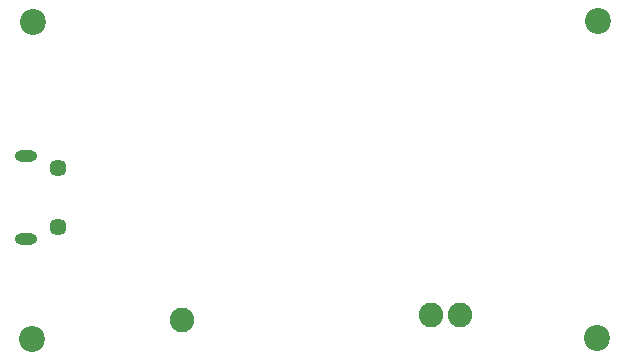
<source format=gbs>
G04 #@! TF.GenerationSoftware,KiCad,Pcbnew,(5.1.9)-1*
G04 #@! TF.CreationDate,2021-04-20T13:04:08+03:00*
G04 #@! TF.ProjectId,ESP32_SCD40-D-R2,45535033-325f-4534-9344-34302d442d52,rev?*
G04 #@! TF.SameCoordinates,Original*
G04 #@! TF.FileFunction,Soldermask,Bot*
G04 #@! TF.FilePolarity,Negative*
%FSLAX46Y46*%
G04 Gerber Fmt 4.6, Leading zero omitted, Abs format (unit mm)*
G04 Created by KiCad (PCBNEW (5.1.9)-1) date 2021-04-20 13:04:08*
%MOMM*%
%LPD*%
G01*
G04 APERTURE LIST*
%ADD10C,2.200000*%
%ADD11C,2.082800*%
%ADD12O,1.900000X0.950000*%
%ADD13C,1.450000*%
G04 APERTURE END LIST*
D10*
G04 #@! TO.C,H3*
X49800000Y-28900000D03*
G04 #@! TD*
G04 #@! TO.C,H4*
X49900000Y-2050000D03*
G04 #@! TD*
D11*
G04 #@! TO.C,TP3*
X35750000Y-26900000D03*
G04 #@! TD*
G04 #@! TO.C,TP2*
X38250000Y-26900000D03*
G04 #@! TD*
G04 #@! TO.C,TP1*
X14700000Y-27400000D03*
G04 #@! TD*
D12*
G04 #@! TO.C,J1*
X1500000Y-20500000D03*
X1500000Y-13500000D03*
D13*
X4200000Y-19500000D03*
X4200000Y-14500000D03*
G04 #@! TD*
D10*
G04 #@! TO.C,H2*
X2000000Y-29000000D03*
G04 #@! TD*
G04 #@! TO.C,H1*
X2100000Y-2100000D03*
G04 #@! TD*
M02*

</source>
